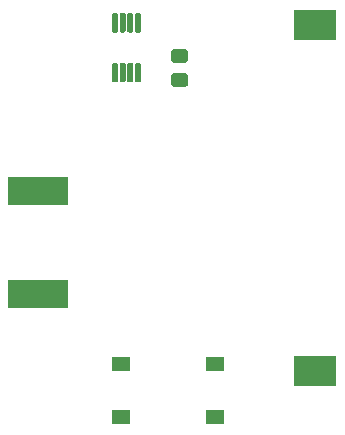
<source format=gbr>
G04 #@! TF.GenerationSoftware,KiCad,Pcbnew,5.1.5*
G04 #@! TF.CreationDate,2020-03-05T23:31:40-08:00*
G04 #@! TF.ProjectId,orangepi-neo-gps,6f72616e-6765-4706-992d-6e656f2d6770,rev?*
G04 #@! TF.SameCoordinates,Original*
G04 #@! TF.FileFunction,Paste,Top*
G04 #@! TF.FilePolarity,Positive*
%FSLAX46Y46*%
G04 Gerber Fmt 4.6, Leading zero omitted, Abs format (unit mm)*
G04 Created by KiCad (PCBNEW 5.1.5) date 2020-03-05 23:31:40*
%MOMM*%
%LPD*%
G04 APERTURE LIST*
%ADD10R,3.600000X2.600000*%
%ADD11R,5.080000X2.420000*%
%ADD12R,1.550000X1.300000*%
%ADD13C,0.100000*%
G04 APERTURE END LIST*
D10*
X51500000Y-31100000D03*
X51500000Y-60400000D03*
D11*
X28030000Y-53880000D03*
X28030000Y-45120000D03*
D12*
X42975000Y-59750000D03*
X42975000Y-64250000D03*
X35025000Y-64250000D03*
X35025000Y-59750000D03*
D13*
G36*
X36612252Y-30075602D02*
G01*
X36624386Y-30077402D01*
X36636286Y-30080382D01*
X36647835Y-30084515D01*
X36658925Y-30089760D01*
X36669446Y-30096066D01*
X36679299Y-30103374D01*
X36688388Y-30111612D01*
X36696626Y-30120701D01*
X36703934Y-30130554D01*
X36710240Y-30141075D01*
X36715485Y-30152165D01*
X36719618Y-30163714D01*
X36722598Y-30175614D01*
X36724398Y-30187748D01*
X36725000Y-30200000D01*
X36725000Y-31575000D01*
X36724398Y-31587252D01*
X36722598Y-31599386D01*
X36719618Y-31611286D01*
X36715485Y-31622835D01*
X36710240Y-31633925D01*
X36703934Y-31644446D01*
X36696626Y-31654299D01*
X36688388Y-31663388D01*
X36679299Y-31671626D01*
X36669446Y-31678934D01*
X36658925Y-31685240D01*
X36647835Y-31690485D01*
X36636286Y-31694618D01*
X36624386Y-31697598D01*
X36612252Y-31699398D01*
X36600000Y-31700000D01*
X36350000Y-31700000D01*
X36337748Y-31699398D01*
X36325614Y-31697598D01*
X36313714Y-31694618D01*
X36302165Y-31690485D01*
X36291075Y-31685240D01*
X36280554Y-31678934D01*
X36270701Y-31671626D01*
X36261612Y-31663388D01*
X36253374Y-31654299D01*
X36246066Y-31644446D01*
X36239760Y-31633925D01*
X36234515Y-31622835D01*
X36230382Y-31611286D01*
X36227402Y-31599386D01*
X36225602Y-31587252D01*
X36225000Y-31575000D01*
X36225000Y-30200000D01*
X36225602Y-30187748D01*
X36227402Y-30175614D01*
X36230382Y-30163714D01*
X36234515Y-30152165D01*
X36239760Y-30141075D01*
X36246066Y-30130554D01*
X36253374Y-30120701D01*
X36261612Y-30111612D01*
X36270701Y-30103374D01*
X36280554Y-30096066D01*
X36291075Y-30089760D01*
X36302165Y-30084515D01*
X36313714Y-30080382D01*
X36325614Y-30077402D01*
X36337748Y-30075602D01*
X36350000Y-30075000D01*
X36600000Y-30075000D01*
X36612252Y-30075602D01*
G37*
G36*
X35962252Y-30075602D02*
G01*
X35974386Y-30077402D01*
X35986286Y-30080382D01*
X35997835Y-30084515D01*
X36008925Y-30089760D01*
X36019446Y-30096066D01*
X36029299Y-30103374D01*
X36038388Y-30111612D01*
X36046626Y-30120701D01*
X36053934Y-30130554D01*
X36060240Y-30141075D01*
X36065485Y-30152165D01*
X36069618Y-30163714D01*
X36072598Y-30175614D01*
X36074398Y-30187748D01*
X36075000Y-30200000D01*
X36075000Y-31575000D01*
X36074398Y-31587252D01*
X36072598Y-31599386D01*
X36069618Y-31611286D01*
X36065485Y-31622835D01*
X36060240Y-31633925D01*
X36053934Y-31644446D01*
X36046626Y-31654299D01*
X36038388Y-31663388D01*
X36029299Y-31671626D01*
X36019446Y-31678934D01*
X36008925Y-31685240D01*
X35997835Y-31690485D01*
X35986286Y-31694618D01*
X35974386Y-31697598D01*
X35962252Y-31699398D01*
X35950000Y-31700000D01*
X35700000Y-31700000D01*
X35687748Y-31699398D01*
X35675614Y-31697598D01*
X35663714Y-31694618D01*
X35652165Y-31690485D01*
X35641075Y-31685240D01*
X35630554Y-31678934D01*
X35620701Y-31671626D01*
X35611612Y-31663388D01*
X35603374Y-31654299D01*
X35596066Y-31644446D01*
X35589760Y-31633925D01*
X35584515Y-31622835D01*
X35580382Y-31611286D01*
X35577402Y-31599386D01*
X35575602Y-31587252D01*
X35575000Y-31575000D01*
X35575000Y-30200000D01*
X35575602Y-30187748D01*
X35577402Y-30175614D01*
X35580382Y-30163714D01*
X35584515Y-30152165D01*
X35589760Y-30141075D01*
X35596066Y-30130554D01*
X35603374Y-30120701D01*
X35611612Y-30111612D01*
X35620701Y-30103374D01*
X35630554Y-30096066D01*
X35641075Y-30089760D01*
X35652165Y-30084515D01*
X35663714Y-30080382D01*
X35675614Y-30077402D01*
X35687748Y-30075602D01*
X35700000Y-30075000D01*
X35950000Y-30075000D01*
X35962252Y-30075602D01*
G37*
G36*
X35312252Y-30075602D02*
G01*
X35324386Y-30077402D01*
X35336286Y-30080382D01*
X35347835Y-30084515D01*
X35358925Y-30089760D01*
X35369446Y-30096066D01*
X35379299Y-30103374D01*
X35388388Y-30111612D01*
X35396626Y-30120701D01*
X35403934Y-30130554D01*
X35410240Y-30141075D01*
X35415485Y-30152165D01*
X35419618Y-30163714D01*
X35422598Y-30175614D01*
X35424398Y-30187748D01*
X35425000Y-30200000D01*
X35425000Y-31575000D01*
X35424398Y-31587252D01*
X35422598Y-31599386D01*
X35419618Y-31611286D01*
X35415485Y-31622835D01*
X35410240Y-31633925D01*
X35403934Y-31644446D01*
X35396626Y-31654299D01*
X35388388Y-31663388D01*
X35379299Y-31671626D01*
X35369446Y-31678934D01*
X35358925Y-31685240D01*
X35347835Y-31690485D01*
X35336286Y-31694618D01*
X35324386Y-31697598D01*
X35312252Y-31699398D01*
X35300000Y-31700000D01*
X35050000Y-31700000D01*
X35037748Y-31699398D01*
X35025614Y-31697598D01*
X35013714Y-31694618D01*
X35002165Y-31690485D01*
X34991075Y-31685240D01*
X34980554Y-31678934D01*
X34970701Y-31671626D01*
X34961612Y-31663388D01*
X34953374Y-31654299D01*
X34946066Y-31644446D01*
X34939760Y-31633925D01*
X34934515Y-31622835D01*
X34930382Y-31611286D01*
X34927402Y-31599386D01*
X34925602Y-31587252D01*
X34925000Y-31575000D01*
X34925000Y-30200000D01*
X34925602Y-30187748D01*
X34927402Y-30175614D01*
X34930382Y-30163714D01*
X34934515Y-30152165D01*
X34939760Y-30141075D01*
X34946066Y-30130554D01*
X34953374Y-30120701D01*
X34961612Y-30111612D01*
X34970701Y-30103374D01*
X34980554Y-30096066D01*
X34991075Y-30089760D01*
X35002165Y-30084515D01*
X35013714Y-30080382D01*
X35025614Y-30077402D01*
X35037748Y-30075602D01*
X35050000Y-30075000D01*
X35300000Y-30075000D01*
X35312252Y-30075602D01*
G37*
G36*
X34662252Y-30075602D02*
G01*
X34674386Y-30077402D01*
X34686286Y-30080382D01*
X34697835Y-30084515D01*
X34708925Y-30089760D01*
X34719446Y-30096066D01*
X34729299Y-30103374D01*
X34738388Y-30111612D01*
X34746626Y-30120701D01*
X34753934Y-30130554D01*
X34760240Y-30141075D01*
X34765485Y-30152165D01*
X34769618Y-30163714D01*
X34772598Y-30175614D01*
X34774398Y-30187748D01*
X34775000Y-30200000D01*
X34775000Y-31575000D01*
X34774398Y-31587252D01*
X34772598Y-31599386D01*
X34769618Y-31611286D01*
X34765485Y-31622835D01*
X34760240Y-31633925D01*
X34753934Y-31644446D01*
X34746626Y-31654299D01*
X34738388Y-31663388D01*
X34729299Y-31671626D01*
X34719446Y-31678934D01*
X34708925Y-31685240D01*
X34697835Y-31690485D01*
X34686286Y-31694618D01*
X34674386Y-31697598D01*
X34662252Y-31699398D01*
X34650000Y-31700000D01*
X34400000Y-31700000D01*
X34387748Y-31699398D01*
X34375614Y-31697598D01*
X34363714Y-31694618D01*
X34352165Y-31690485D01*
X34341075Y-31685240D01*
X34330554Y-31678934D01*
X34320701Y-31671626D01*
X34311612Y-31663388D01*
X34303374Y-31654299D01*
X34296066Y-31644446D01*
X34289760Y-31633925D01*
X34284515Y-31622835D01*
X34280382Y-31611286D01*
X34277402Y-31599386D01*
X34275602Y-31587252D01*
X34275000Y-31575000D01*
X34275000Y-30200000D01*
X34275602Y-30187748D01*
X34277402Y-30175614D01*
X34280382Y-30163714D01*
X34284515Y-30152165D01*
X34289760Y-30141075D01*
X34296066Y-30130554D01*
X34303374Y-30120701D01*
X34311612Y-30111612D01*
X34320701Y-30103374D01*
X34330554Y-30096066D01*
X34341075Y-30089760D01*
X34352165Y-30084515D01*
X34363714Y-30080382D01*
X34375614Y-30077402D01*
X34387748Y-30075602D01*
X34400000Y-30075000D01*
X34650000Y-30075000D01*
X34662252Y-30075602D01*
G37*
G36*
X34662252Y-34300602D02*
G01*
X34674386Y-34302402D01*
X34686286Y-34305382D01*
X34697835Y-34309515D01*
X34708925Y-34314760D01*
X34719446Y-34321066D01*
X34729299Y-34328374D01*
X34738388Y-34336612D01*
X34746626Y-34345701D01*
X34753934Y-34355554D01*
X34760240Y-34366075D01*
X34765485Y-34377165D01*
X34769618Y-34388714D01*
X34772598Y-34400614D01*
X34774398Y-34412748D01*
X34775000Y-34425000D01*
X34775000Y-35800000D01*
X34774398Y-35812252D01*
X34772598Y-35824386D01*
X34769618Y-35836286D01*
X34765485Y-35847835D01*
X34760240Y-35858925D01*
X34753934Y-35869446D01*
X34746626Y-35879299D01*
X34738388Y-35888388D01*
X34729299Y-35896626D01*
X34719446Y-35903934D01*
X34708925Y-35910240D01*
X34697835Y-35915485D01*
X34686286Y-35919618D01*
X34674386Y-35922598D01*
X34662252Y-35924398D01*
X34650000Y-35925000D01*
X34400000Y-35925000D01*
X34387748Y-35924398D01*
X34375614Y-35922598D01*
X34363714Y-35919618D01*
X34352165Y-35915485D01*
X34341075Y-35910240D01*
X34330554Y-35903934D01*
X34320701Y-35896626D01*
X34311612Y-35888388D01*
X34303374Y-35879299D01*
X34296066Y-35869446D01*
X34289760Y-35858925D01*
X34284515Y-35847835D01*
X34280382Y-35836286D01*
X34277402Y-35824386D01*
X34275602Y-35812252D01*
X34275000Y-35800000D01*
X34275000Y-34425000D01*
X34275602Y-34412748D01*
X34277402Y-34400614D01*
X34280382Y-34388714D01*
X34284515Y-34377165D01*
X34289760Y-34366075D01*
X34296066Y-34355554D01*
X34303374Y-34345701D01*
X34311612Y-34336612D01*
X34320701Y-34328374D01*
X34330554Y-34321066D01*
X34341075Y-34314760D01*
X34352165Y-34309515D01*
X34363714Y-34305382D01*
X34375614Y-34302402D01*
X34387748Y-34300602D01*
X34400000Y-34300000D01*
X34650000Y-34300000D01*
X34662252Y-34300602D01*
G37*
G36*
X35312252Y-34300602D02*
G01*
X35324386Y-34302402D01*
X35336286Y-34305382D01*
X35347835Y-34309515D01*
X35358925Y-34314760D01*
X35369446Y-34321066D01*
X35379299Y-34328374D01*
X35388388Y-34336612D01*
X35396626Y-34345701D01*
X35403934Y-34355554D01*
X35410240Y-34366075D01*
X35415485Y-34377165D01*
X35419618Y-34388714D01*
X35422598Y-34400614D01*
X35424398Y-34412748D01*
X35425000Y-34425000D01*
X35425000Y-35800000D01*
X35424398Y-35812252D01*
X35422598Y-35824386D01*
X35419618Y-35836286D01*
X35415485Y-35847835D01*
X35410240Y-35858925D01*
X35403934Y-35869446D01*
X35396626Y-35879299D01*
X35388388Y-35888388D01*
X35379299Y-35896626D01*
X35369446Y-35903934D01*
X35358925Y-35910240D01*
X35347835Y-35915485D01*
X35336286Y-35919618D01*
X35324386Y-35922598D01*
X35312252Y-35924398D01*
X35300000Y-35925000D01*
X35050000Y-35925000D01*
X35037748Y-35924398D01*
X35025614Y-35922598D01*
X35013714Y-35919618D01*
X35002165Y-35915485D01*
X34991075Y-35910240D01*
X34980554Y-35903934D01*
X34970701Y-35896626D01*
X34961612Y-35888388D01*
X34953374Y-35879299D01*
X34946066Y-35869446D01*
X34939760Y-35858925D01*
X34934515Y-35847835D01*
X34930382Y-35836286D01*
X34927402Y-35824386D01*
X34925602Y-35812252D01*
X34925000Y-35800000D01*
X34925000Y-34425000D01*
X34925602Y-34412748D01*
X34927402Y-34400614D01*
X34930382Y-34388714D01*
X34934515Y-34377165D01*
X34939760Y-34366075D01*
X34946066Y-34355554D01*
X34953374Y-34345701D01*
X34961612Y-34336612D01*
X34970701Y-34328374D01*
X34980554Y-34321066D01*
X34991075Y-34314760D01*
X35002165Y-34309515D01*
X35013714Y-34305382D01*
X35025614Y-34302402D01*
X35037748Y-34300602D01*
X35050000Y-34300000D01*
X35300000Y-34300000D01*
X35312252Y-34300602D01*
G37*
G36*
X35962252Y-34300602D02*
G01*
X35974386Y-34302402D01*
X35986286Y-34305382D01*
X35997835Y-34309515D01*
X36008925Y-34314760D01*
X36019446Y-34321066D01*
X36029299Y-34328374D01*
X36038388Y-34336612D01*
X36046626Y-34345701D01*
X36053934Y-34355554D01*
X36060240Y-34366075D01*
X36065485Y-34377165D01*
X36069618Y-34388714D01*
X36072598Y-34400614D01*
X36074398Y-34412748D01*
X36075000Y-34425000D01*
X36075000Y-35800000D01*
X36074398Y-35812252D01*
X36072598Y-35824386D01*
X36069618Y-35836286D01*
X36065485Y-35847835D01*
X36060240Y-35858925D01*
X36053934Y-35869446D01*
X36046626Y-35879299D01*
X36038388Y-35888388D01*
X36029299Y-35896626D01*
X36019446Y-35903934D01*
X36008925Y-35910240D01*
X35997835Y-35915485D01*
X35986286Y-35919618D01*
X35974386Y-35922598D01*
X35962252Y-35924398D01*
X35950000Y-35925000D01*
X35700000Y-35925000D01*
X35687748Y-35924398D01*
X35675614Y-35922598D01*
X35663714Y-35919618D01*
X35652165Y-35915485D01*
X35641075Y-35910240D01*
X35630554Y-35903934D01*
X35620701Y-35896626D01*
X35611612Y-35888388D01*
X35603374Y-35879299D01*
X35596066Y-35869446D01*
X35589760Y-35858925D01*
X35584515Y-35847835D01*
X35580382Y-35836286D01*
X35577402Y-35824386D01*
X35575602Y-35812252D01*
X35575000Y-35800000D01*
X35575000Y-34425000D01*
X35575602Y-34412748D01*
X35577402Y-34400614D01*
X35580382Y-34388714D01*
X35584515Y-34377165D01*
X35589760Y-34366075D01*
X35596066Y-34355554D01*
X35603374Y-34345701D01*
X35611612Y-34336612D01*
X35620701Y-34328374D01*
X35630554Y-34321066D01*
X35641075Y-34314760D01*
X35652165Y-34309515D01*
X35663714Y-34305382D01*
X35675614Y-34302402D01*
X35687748Y-34300602D01*
X35700000Y-34300000D01*
X35950000Y-34300000D01*
X35962252Y-34300602D01*
G37*
G36*
X36612252Y-34300602D02*
G01*
X36624386Y-34302402D01*
X36636286Y-34305382D01*
X36647835Y-34309515D01*
X36658925Y-34314760D01*
X36669446Y-34321066D01*
X36679299Y-34328374D01*
X36688388Y-34336612D01*
X36696626Y-34345701D01*
X36703934Y-34355554D01*
X36710240Y-34366075D01*
X36715485Y-34377165D01*
X36719618Y-34388714D01*
X36722598Y-34400614D01*
X36724398Y-34412748D01*
X36725000Y-34425000D01*
X36725000Y-35800000D01*
X36724398Y-35812252D01*
X36722598Y-35824386D01*
X36719618Y-35836286D01*
X36715485Y-35847835D01*
X36710240Y-35858925D01*
X36703934Y-35869446D01*
X36696626Y-35879299D01*
X36688388Y-35888388D01*
X36679299Y-35896626D01*
X36669446Y-35903934D01*
X36658925Y-35910240D01*
X36647835Y-35915485D01*
X36636286Y-35919618D01*
X36624386Y-35922598D01*
X36612252Y-35924398D01*
X36600000Y-35925000D01*
X36350000Y-35925000D01*
X36337748Y-35924398D01*
X36325614Y-35922598D01*
X36313714Y-35919618D01*
X36302165Y-35915485D01*
X36291075Y-35910240D01*
X36280554Y-35903934D01*
X36270701Y-35896626D01*
X36261612Y-35888388D01*
X36253374Y-35879299D01*
X36246066Y-35869446D01*
X36239760Y-35858925D01*
X36234515Y-35847835D01*
X36230382Y-35836286D01*
X36227402Y-35824386D01*
X36225602Y-35812252D01*
X36225000Y-35800000D01*
X36225000Y-34425000D01*
X36225602Y-34412748D01*
X36227402Y-34400614D01*
X36230382Y-34388714D01*
X36234515Y-34377165D01*
X36239760Y-34366075D01*
X36246066Y-34355554D01*
X36253374Y-34345701D01*
X36261612Y-34336612D01*
X36270701Y-34328374D01*
X36280554Y-34321066D01*
X36291075Y-34314760D01*
X36302165Y-34309515D01*
X36313714Y-34305382D01*
X36325614Y-34302402D01*
X36337748Y-34300602D01*
X36350000Y-34300000D01*
X36600000Y-34300000D01*
X36612252Y-34300602D01*
G37*
G36*
X40474505Y-35151204D02*
G01*
X40498773Y-35154804D01*
X40522572Y-35160765D01*
X40545671Y-35169030D01*
X40567850Y-35179520D01*
X40588893Y-35192132D01*
X40608599Y-35206747D01*
X40626777Y-35223223D01*
X40643253Y-35241401D01*
X40657868Y-35261107D01*
X40670480Y-35282150D01*
X40680970Y-35304329D01*
X40689235Y-35327428D01*
X40695196Y-35351227D01*
X40698796Y-35375495D01*
X40700000Y-35399999D01*
X40700000Y-36050001D01*
X40698796Y-36074505D01*
X40695196Y-36098773D01*
X40689235Y-36122572D01*
X40680970Y-36145671D01*
X40670480Y-36167850D01*
X40657868Y-36188893D01*
X40643253Y-36208599D01*
X40626777Y-36226777D01*
X40608599Y-36243253D01*
X40588893Y-36257868D01*
X40567850Y-36270480D01*
X40545671Y-36280970D01*
X40522572Y-36289235D01*
X40498773Y-36295196D01*
X40474505Y-36298796D01*
X40450001Y-36300000D01*
X39549999Y-36300000D01*
X39525495Y-36298796D01*
X39501227Y-36295196D01*
X39477428Y-36289235D01*
X39454329Y-36280970D01*
X39432150Y-36270480D01*
X39411107Y-36257868D01*
X39391401Y-36243253D01*
X39373223Y-36226777D01*
X39356747Y-36208599D01*
X39342132Y-36188893D01*
X39329520Y-36167850D01*
X39319030Y-36145671D01*
X39310765Y-36122572D01*
X39304804Y-36098773D01*
X39301204Y-36074505D01*
X39300000Y-36050001D01*
X39300000Y-35399999D01*
X39301204Y-35375495D01*
X39304804Y-35351227D01*
X39310765Y-35327428D01*
X39319030Y-35304329D01*
X39329520Y-35282150D01*
X39342132Y-35261107D01*
X39356747Y-35241401D01*
X39373223Y-35223223D01*
X39391401Y-35206747D01*
X39411107Y-35192132D01*
X39432150Y-35179520D01*
X39454329Y-35169030D01*
X39477428Y-35160765D01*
X39501227Y-35154804D01*
X39525495Y-35151204D01*
X39549999Y-35150000D01*
X40450001Y-35150000D01*
X40474505Y-35151204D01*
G37*
G36*
X40474505Y-33101204D02*
G01*
X40498773Y-33104804D01*
X40522572Y-33110765D01*
X40545671Y-33119030D01*
X40567850Y-33129520D01*
X40588893Y-33142132D01*
X40608599Y-33156747D01*
X40626777Y-33173223D01*
X40643253Y-33191401D01*
X40657868Y-33211107D01*
X40670480Y-33232150D01*
X40680970Y-33254329D01*
X40689235Y-33277428D01*
X40695196Y-33301227D01*
X40698796Y-33325495D01*
X40700000Y-33349999D01*
X40700000Y-34000001D01*
X40698796Y-34024505D01*
X40695196Y-34048773D01*
X40689235Y-34072572D01*
X40680970Y-34095671D01*
X40670480Y-34117850D01*
X40657868Y-34138893D01*
X40643253Y-34158599D01*
X40626777Y-34176777D01*
X40608599Y-34193253D01*
X40588893Y-34207868D01*
X40567850Y-34220480D01*
X40545671Y-34230970D01*
X40522572Y-34239235D01*
X40498773Y-34245196D01*
X40474505Y-34248796D01*
X40450001Y-34250000D01*
X39549999Y-34250000D01*
X39525495Y-34248796D01*
X39501227Y-34245196D01*
X39477428Y-34239235D01*
X39454329Y-34230970D01*
X39432150Y-34220480D01*
X39411107Y-34207868D01*
X39391401Y-34193253D01*
X39373223Y-34176777D01*
X39356747Y-34158599D01*
X39342132Y-34138893D01*
X39329520Y-34117850D01*
X39319030Y-34095671D01*
X39310765Y-34072572D01*
X39304804Y-34048773D01*
X39301204Y-34024505D01*
X39300000Y-34000001D01*
X39300000Y-33349999D01*
X39301204Y-33325495D01*
X39304804Y-33301227D01*
X39310765Y-33277428D01*
X39319030Y-33254329D01*
X39329520Y-33232150D01*
X39342132Y-33211107D01*
X39356747Y-33191401D01*
X39373223Y-33173223D01*
X39391401Y-33156747D01*
X39411107Y-33142132D01*
X39432150Y-33129520D01*
X39454329Y-33119030D01*
X39477428Y-33110765D01*
X39501227Y-33104804D01*
X39525495Y-33101204D01*
X39549999Y-33100000D01*
X40450001Y-33100000D01*
X40474505Y-33101204D01*
G37*
M02*

</source>
